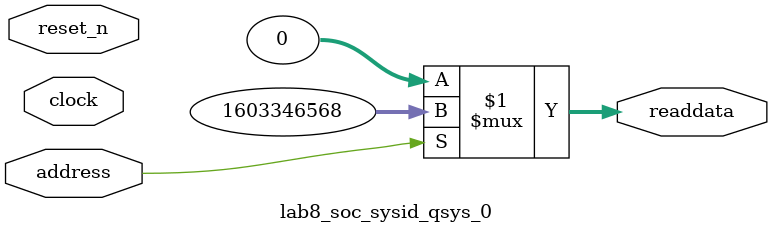
<source format=v>



// synthesis translate_off
`timescale 1ns / 1ps
// synthesis translate_on

// turn off superfluous verilog processor warnings 
// altera message_level Level1 
// altera message_off 10034 10035 10036 10037 10230 10240 10030 

module lab8_soc_sysid_qsys_0 (
               // inputs:
                address,
                clock,
                reset_n,

               // outputs:
                readdata
             )
;

  output  [ 31: 0] readdata;
  input            address;
  input            clock;
  input            reset_n;

  wire    [ 31: 0] readdata;
  //control_slave, which is an e_avalon_slave
  assign readdata = address ? 1603346568 : 0;

endmodule



</source>
